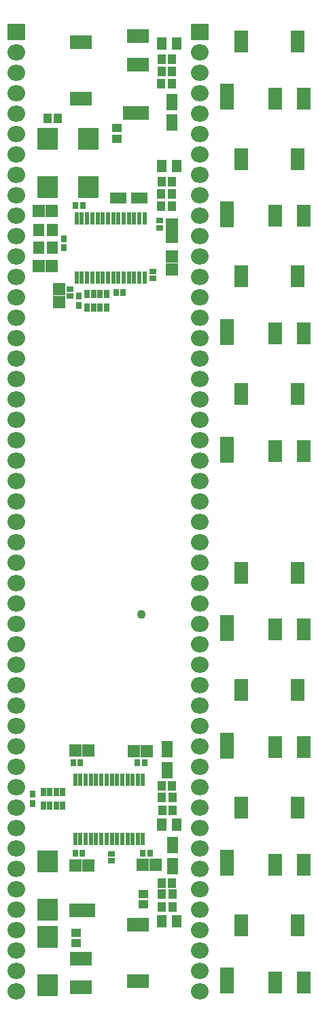
<source format=gts>
G04*
G04 #@! TF.GenerationSoftware,Altium Limited,Altium Designer,21.8.1 (53)*
G04*
G04 Layer_Color=8388736*
%FSLAX25Y25*%
%MOIN*%
G70*
G04*
G04 #@! TF.SameCoordinates,F5C5D764-6AA7-4F14-928A-87DEF657E23D*
G04*
G04*
G04 #@! TF.FilePolarity,Negative*
G04*
G01*
G75*
%ADD42R,0.06600X0.10600*%
%ADD43R,0.06600X0.12600*%
%ADD44R,0.10600X0.06600*%
%ADD45R,0.12600X0.06600*%
%ADD46R,0.04147X0.04540*%
%ADD47R,0.04343X0.04737*%
%ADD48R,0.04800X0.06300*%
%ADD49R,0.05642X0.07887*%
%ADD50R,0.10446X0.10839*%
%ADD51R,0.03320X0.03162*%
%ADD52R,0.05918X0.06312*%
%ADD53R,0.03162X0.03320*%
%ADD54R,0.03162X0.03753*%
%ADD55R,0.05524X0.06312*%
%ADD56R,0.01872X0.06272*%
%ADD57R,0.06312X0.05918*%
%ADD58R,0.07887X0.05642*%
%ADD59R,0.04540X0.04147*%
%ADD60R,0.02572X0.04343*%
%ADD61C,0.00600*%
%ADD62O,0.08674X0.07887*%
%ADD63R,0.08674X0.07887*%
%ADD64C,0.04332*%
D42*
X449866Y202565D02*
D03*
X435693D02*
D03*
X419158Y230518D02*
D03*
X446717D02*
D03*
X446716Y605969D02*
D03*
X419158D02*
D03*
X435693Y578016D02*
D03*
X449866D02*
D03*
X446716Y663576D02*
D03*
X419158D02*
D03*
X435693Y635624D02*
D03*
X449866D02*
D03*
X446716Y490754D02*
D03*
X419158D02*
D03*
X435693Y462802D02*
D03*
X449866D02*
D03*
X446717Y345733D02*
D03*
X419158D02*
D03*
X435693Y317780D02*
D03*
X449866D02*
D03*
X446717Y548362D02*
D03*
X419158D02*
D03*
X435693Y520409D02*
D03*
X449866D02*
D03*
X446717Y288125D02*
D03*
X419158Y288125D02*
D03*
X435693Y260173D02*
D03*
X449866D02*
D03*
X446717Y403340D02*
D03*
X419158Y403340D02*
D03*
X435693Y375387D02*
D03*
X449866D02*
D03*
D43*
X412000Y203408D02*
D03*
X412000Y578859D02*
D03*
Y636466D02*
D03*
X412000Y463644D02*
D03*
X412000Y318623D02*
D03*
X412000Y521251D02*
D03*
X412000Y261015D02*
D03*
Y376230D02*
D03*
D44*
X368276Y203205D02*
D03*
Y230765D02*
D03*
X340324Y214229D02*
D03*
Y200056D02*
D03*
X340324Y663195D02*
D03*
X340324Y635635D02*
D03*
X368276Y652171D02*
D03*
Y666344D02*
D03*
D45*
X341166Y237922D02*
D03*
X367434Y628478D02*
D03*
D46*
X380300Y286900D02*
D03*
X385418D02*
D03*
X380082Y299000D02*
D03*
X385200D02*
D03*
X379985Y251300D02*
D03*
X385103D02*
D03*
X380000Y595000D02*
D03*
X385118D02*
D03*
X380200Y239400D02*
D03*
X385318D02*
D03*
X379882Y589000D02*
D03*
X385000D02*
D03*
X380000Y655000D02*
D03*
X385118D02*
D03*
X380000Y649000D02*
D03*
X385118D02*
D03*
X324000Y626000D02*
D03*
X329118D02*
D03*
D47*
X379985Y293100D02*
D03*
X385300D02*
D03*
X379685Y583000D02*
D03*
X385000D02*
D03*
X380182Y245700D02*
D03*
X385497D02*
D03*
X379685Y643000D02*
D03*
X385000D02*
D03*
D48*
X380100Y279800D02*
D03*
X387500D02*
D03*
X380100Y232500D02*
D03*
X387500D02*
D03*
X380100Y602500D02*
D03*
X387500Y602500D02*
D03*
X380100Y662500D02*
D03*
X387500D02*
D03*
D49*
X385500Y269915D02*
D03*
Y259600D02*
D03*
X382900Y316915D02*
D03*
Y306600D02*
D03*
X385000Y623685D02*
D03*
Y634000D02*
D03*
D50*
X324200Y224900D02*
D03*
Y201081D02*
D03*
X324000Y592091D02*
D03*
Y615909D02*
D03*
X324100Y261919D02*
D03*
X324100Y238100D02*
D03*
X344000Y592091D02*
D03*
Y615909D02*
D03*
D51*
X355300Y265632D02*
D03*
Y262168D02*
D03*
X375700Y550900D02*
D03*
Y547435D02*
D03*
X335200Y542200D02*
D03*
Y538735D02*
D03*
X379000Y572268D02*
D03*
Y575732D02*
D03*
D52*
X343999Y259800D02*
D03*
X337700D02*
D03*
X319900Y580400D02*
D03*
X326199D02*
D03*
X326100Y553400D02*
D03*
X319801D02*
D03*
X377135Y260200D02*
D03*
X370835D02*
D03*
X366500Y316000D02*
D03*
X372799D02*
D03*
X344000Y316200D02*
D03*
X337701D02*
D03*
D53*
X337700Y265900D02*
D03*
X341165D02*
D03*
X357600Y540600D02*
D03*
X361065D02*
D03*
X370835Y265900D02*
D03*
X374300D02*
D03*
X337868Y583100D02*
D03*
X341332D02*
D03*
X336635Y310300D02*
D03*
X340100D02*
D03*
X371600D02*
D03*
X368135D02*
D03*
D54*
X339300Y538764D02*
D03*
Y534236D02*
D03*
X332100Y562436D02*
D03*
Y566964D02*
D03*
X316600Y290336D02*
D03*
Y294864D02*
D03*
D55*
X326381Y562570D02*
D03*
X319688D02*
D03*
X326381Y571231D02*
D03*
X319688D02*
D03*
D56*
X338400Y577000D02*
D03*
X340900D02*
D03*
X343500D02*
D03*
X346000D02*
D03*
X348600D02*
D03*
X351200D02*
D03*
X353700D02*
D03*
X356300D02*
D03*
X358800D02*
D03*
X361400D02*
D03*
X364000D02*
D03*
X366500D02*
D03*
X369100D02*
D03*
X371600D02*
D03*
Y548000D02*
D03*
X369100D02*
D03*
X366500D02*
D03*
X364000D02*
D03*
X361400D02*
D03*
X358800D02*
D03*
X356300D02*
D03*
X353700D02*
D03*
X351200D02*
D03*
X348600D02*
D03*
X346000D02*
D03*
X343500D02*
D03*
X340900D02*
D03*
X338400D02*
D03*
X337700Y301900D02*
D03*
X340200D02*
D03*
X342800D02*
D03*
X345300D02*
D03*
X347900D02*
D03*
X350500D02*
D03*
X353000D02*
D03*
X355600D02*
D03*
X358100D02*
D03*
X360700D02*
D03*
X363300D02*
D03*
X365800D02*
D03*
X368400D02*
D03*
X370900D02*
D03*
Y272900D02*
D03*
X368400D02*
D03*
X365800D02*
D03*
X363300D02*
D03*
X360700D02*
D03*
X358100D02*
D03*
X355600D02*
D03*
X353000D02*
D03*
X350500D02*
D03*
X347900D02*
D03*
X345300D02*
D03*
X342800D02*
D03*
X340200D02*
D03*
X337700D02*
D03*
D57*
X385100Y558100D02*
D03*
Y551801D02*
D03*
X329700Y535901D02*
D03*
Y542200D02*
D03*
X385000Y574000D02*
D03*
Y567701D02*
D03*
D58*
X358685Y587000D02*
D03*
X369000D02*
D03*
D59*
X371000Y240682D02*
D03*
Y245800D02*
D03*
X358000Y616000D02*
D03*
Y621118D02*
D03*
X338000Y221841D02*
D03*
Y226959D02*
D03*
D60*
X349775Y533153D02*
D03*
X352924D02*
D03*
X343476D02*
D03*
X346625D02*
D03*
Y539847D02*
D03*
X343476D02*
D03*
X352924D02*
D03*
X349775D02*
D03*
X325125Y295947D02*
D03*
X321976D02*
D03*
X331424D02*
D03*
X328275D02*
D03*
Y289253D02*
D03*
X331424D02*
D03*
X321976D02*
D03*
X325125D02*
D03*
D61*
X445822Y216542D02*
D03*
X422200D02*
D03*
X354300Y227722D02*
D03*
Y204100D02*
D03*
Y638678D02*
D03*
Y662300D02*
D03*
X422200Y591993D02*
D03*
X445822D02*
D03*
X422200Y649600D02*
D03*
X445822D02*
D03*
X422200Y476778D02*
D03*
X445822Y476778D02*
D03*
X422200Y331756D02*
D03*
X445822D02*
D03*
X422200Y534385D02*
D03*
X445822D02*
D03*
X422200Y274149D02*
D03*
X445822D02*
D03*
X422200Y389364D02*
D03*
X445822D02*
D03*
D62*
X398814Y658074D02*
D03*
Y638073D02*
D03*
Y648073D02*
D03*
Y618074D02*
D03*
Y628074D02*
D03*
Y598073D02*
D03*
Y608074D02*
D03*
Y578074D02*
D03*
Y588073D02*
D03*
Y558074D02*
D03*
Y568074D02*
D03*
Y538073D02*
D03*
Y548073D02*
D03*
Y518074D02*
D03*
Y528074D02*
D03*
Y498073D02*
D03*
Y508074D02*
D03*
Y478074D02*
D03*
Y488073D02*
D03*
Y458074D02*
D03*
Y468074D02*
D03*
Y438073D02*
D03*
Y448073D02*
D03*
Y418074D02*
D03*
Y428074D02*
D03*
Y398074D02*
D03*
Y408074D02*
D03*
Y378074D02*
D03*
Y388073D02*
D03*
Y358073D02*
D03*
Y368074D02*
D03*
Y338073D02*
D03*
Y348074D02*
D03*
Y318074D02*
D03*
Y328074D02*
D03*
Y298074D02*
D03*
Y308073D02*
D03*
Y278074D02*
D03*
Y288073D02*
D03*
Y258073D02*
D03*
Y268074D02*
D03*
Y248074D02*
D03*
Y238073D02*
D03*
Y228074D02*
D03*
Y218074D02*
D03*
Y208073D02*
D03*
Y198073D02*
D03*
X308814Y658074D02*
D03*
Y638073D02*
D03*
Y648073D02*
D03*
Y618074D02*
D03*
Y628074D02*
D03*
Y598073D02*
D03*
Y608074D02*
D03*
Y578074D02*
D03*
Y588073D02*
D03*
Y558074D02*
D03*
Y568074D02*
D03*
Y538073D02*
D03*
Y548073D02*
D03*
Y518074D02*
D03*
Y528074D02*
D03*
Y498073D02*
D03*
Y508074D02*
D03*
Y478074D02*
D03*
Y488073D02*
D03*
Y458074D02*
D03*
Y468074D02*
D03*
Y438073D02*
D03*
Y448073D02*
D03*
Y418074D02*
D03*
Y428074D02*
D03*
Y398074D02*
D03*
Y408074D02*
D03*
Y378074D02*
D03*
Y388073D02*
D03*
Y358073D02*
D03*
Y368074D02*
D03*
Y338073D02*
D03*
Y348074D02*
D03*
Y318074D02*
D03*
Y328074D02*
D03*
Y298074D02*
D03*
Y308073D02*
D03*
Y278074D02*
D03*
Y288073D02*
D03*
Y258073D02*
D03*
Y268074D02*
D03*
Y248074D02*
D03*
Y238073D02*
D03*
Y228074D02*
D03*
Y218074D02*
D03*
Y208073D02*
D03*
Y198073D02*
D03*
D63*
X398814Y668074D02*
D03*
X308814D02*
D03*
D64*
X370100Y382800D02*
D03*
M02*

</source>
